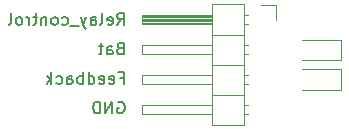
<source format=gbr>
%TF.GenerationSoftware,KiCad,Pcbnew,8.0.3*%
%TF.CreationDate,2025-04-28T21:08:14+02:00*%
%TF.ProjectId,shaper,73686170-6572-42e6-9b69-6361645f7063,1.0*%
%TF.SameCoordinates,Original*%
%TF.FileFunction,Legend,Bot*%
%TF.FilePolarity,Positive*%
%FSLAX46Y46*%
G04 Gerber Fmt 4.6, Leading zero omitted, Abs format (unit mm)*
G04 Created by KiCad (PCBNEW 8.0.3) date 2025-04-28 21:08:14*
%MOMM*%
%LPD*%
G01*
G04 APERTURE LIST*
%ADD10C,0.150000*%
%ADD11C,0.120000*%
G04 APERTURE END LIST*
D10*
X123829887Y-148846009D02*
X124163220Y-148846009D01*
X124163220Y-149369819D02*
X124163220Y-148369819D01*
X124163220Y-148369819D02*
X123687030Y-148369819D01*
X122925125Y-149322200D02*
X123020363Y-149369819D01*
X123020363Y-149369819D02*
X123210839Y-149369819D01*
X123210839Y-149369819D02*
X123306077Y-149322200D01*
X123306077Y-149322200D02*
X123353696Y-149226961D01*
X123353696Y-149226961D02*
X123353696Y-148846009D01*
X123353696Y-148846009D02*
X123306077Y-148750771D01*
X123306077Y-148750771D02*
X123210839Y-148703152D01*
X123210839Y-148703152D02*
X123020363Y-148703152D01*
X123020363Y-148703152D02*
X122925125Y-148750771D01*
X122925125Y-148750771D02*
X122877506Y-148846009D01*
X122877506Y-148846009D02*
X122877506Y-148941247D01*
X122877506Y-148941247D02*
X123353696Y-149036485D01*
X122067982Y-149322200D02*
X122163220Y-149369819D01*
X122163220Y-149369819D02*
X122353696Y-149369819D01*
X122353696Y-149369819D02*
X122448934Y-149322200D01*
X122448934Y-149322200D02*
X122496553Y-149226961D01*
X122496553Y-149226961D02*
X122496553Y-148846009D01*
X122496553Y-148846009D02*
X122448934Y-148750771D01*
X122448934Y-148750771D02*
X122353696Y-148703152D01*
X122353696Y-148703152D02*
X122163220Y-148703152D01*
X122163220Y-148703152D02*
X122067982Y-148750771D01*
X122067982Y-148750771D02*
X122020363Y-148846009D01*
X122020363Y-148846009D02*
X122020363Y-148941247D01*
X122020363Y-148941247D02*
X122496553Y-149036485D01*
X121163220Y-149369819D02*
X121163220Y-148369819D01*
X121163220Y-149322200D02*
X121258458Y-149369819D01*
X121258458Y-149369819D02*
X121448934Y-149369819D01*
X121448934Y-149369819D02*
X121544172Y-149322200D01*
X121544172Y-149322200D02*
X121591791Y-149274580D01*
X121591791Y-149274580D02*
X121639410Y-149179342D01*
X121639410Y-149179342D02*
X121639410Y-148893628D01*
X121639410Y-148893628D02*
X121591791Y-148798390D01*
X121591791Y-148798390D02*
X121544172Y-148750771D01*
X121544172Y-148750771D02*
X121448934Y-148703152D01*
X121448934Y-148703152D02*
X121258458Y-148703152D01*
X121258458Y-148703152D02*
X121163220Y-148750771D01*
X120687029Y-149369819D02*
X120687029Y-148369819D01*
X120687029Y-148750771D02*
X120591791Y-148703152D01*
X120591791Y-148703152D02*
X120401315Y-148703152D01*
X120401315Y-148703152D02*
X120306077Y-148750771D01*
X120306077Y-148750771D02*
X120258458Y-148798390D01*
X120258458Y-148798390D02*
X120210839Y-148893628D01*
X120210839Y-148893628D02*
X120210839Y-149179342D01*
X120210839Y-149179342D02*
X120258458Y-149274580D01*
X120258458Y-149274580D02*
X120306077Y-149322200D01*
X120306077Y-149322200D02*
X120401315Y-149369819D01*
X120401315Y-149369819D02*
X120591791Y-149369819D01*
X120591791Y-149369819D02*
X120687029Y-149322200D01*
X119353696Y-149369819D02*
X119353696Y-148846009D01*
X119353696Y-148846009D02*
X119401315Y-148750771D01*
X119401315Y-148750771D02*
X119496553Y-148703152D01*
X119496553Y-148703152D02*
X119687029Y-148703152D01*
X119687029Y-148703152D02*
X119782267Y-148750771D01*
X119353696Y-149322200D02*
X119448934Y-149369819D01*
X119448934Y-149369819D02*
X119687029Y-149369819D01*
X119687029Y-149369819D02*
X119782267Y-149322200D01*
X119782267Y-149322200D02*
X119829886Y-149226961D01*
X119829886Y-149226961D02*
X119829886Y-149131723D01*
X119829886Y-149131723D02*
X119782267Y-149036485D01*
X119782267Y-149036485D02*
X119687029Y-148988866D01*
X119687029Y-148988866D02*
X119448934Y-148988866D01*
X119448934Y-148988866D02*
X119353696Y-148941247D01*
X118448934Y-149322200D02*
X118544172Y-149369819D01*
X118544172Y-149369819D02*
X118734648Y-149369819D01*
X118734648Y-149369819D02*
X118829886Y-149322200D01*
X118829886Y-149322200D02*
X118877505Y-149274580D01*
X118877505Y-149274580D02*
X118925124Y-149179342D01*
X118925124Y-149179342D02*
X118925124Y-148893628D01*
X118925124Y-148893628D02*
X118877505Y-148798390D01*
X118877505Y-148798390D02*
X118829886Y-148750771D01*
X118829886Y-148750771D02*
X118734648Y-148703152D01*
X118734648Y-148703152D02*
X118544172Y-148703152D01*
X118544172Y-148703152D02*
X118448934Y-148750771D01*
X118020362Y-149369819D02*
X118020362Y-148369819D01*
X117925124Y-148988866D02*
X117639410Y-149369819D01*
X117639410Y-148703152D02*
X118020362Y-149084104D01*
X123639411Y-150917438D02*
X123734649Y-150869819D01*
X123734649Y-150869819D02*
X123877506Y-150869819D01*
X123877506Y-150869819D02*
X124020363Y-150917438D01*
X124020363Y-150917438D02*
X124115601Y-151012676D01*
X124115601Y-151012676D02*
X124163220Y-151107914D01*
X124163220Y-151107914D02*
X124210839Y-151298390D01*
X124210839Y-151298390D02*
X124210839Y-151441247D01*
X124210839Y-151441247D02*
X124163220Y-151631723D01*
X124163220Y-151631723D02*
X124115601Y-151726961D01*
X124115601Y-151726961D02*
X124020363Y-151822200D01*
X124020363Y-151822200D02*
X123877506Y-151869819D01*
X123877506Y-151869819D02*
X123782268Y-151869819D01*
X123782268Y-151869819D02*
X123639411Y-151822200D01*
X123639411Y-151822200D02*
X123591792Y-151774580D01*
X123591792Y-151774580D02*
X123591792Y-151441247D01*
X123591792Y-151441247D02*
X123782268Y-151441247D01*
X123163220Y-151869819D02*
X123163220Y-150869819D01*
X123163220Y-150869819D02*
X122591792Y-151869819D01*
X122591792Y-151869819D02*
X122591792Y-150869819D01*
X122115601Y-151869819D02*
X122115601Y-150869819D01*
X122115601Y-150869819D02*
X121877506Y-150869819D01*
X121877506Y-150869819D02*
X121734649Y-150917438D01*
X121734649Y-150917438D02*
X121639411Y-151012676D01*
X121639411Y-151012676D02*
X121591792Y-151107914D01*
X121591792Y-151107914D02*
X121544173Y-151298390D01*
X121544173Y-151298390D02*
X121544173Y-151441247D01*
X121544173Y-151441247D02*
X121591792Y-151631723D01*
X121591792Y-151631723D02*
X121639411Y-151726961D01*
X121639411Y-151726961D02*
X121734649Y-151822200D01*
X121734649Y-151822200D02*
X121877506Y-151869819D01*
X121877506Y-151869819D02*
X122115601Y-151869819D01*
X123591792Y-144369819D02*
X123925125Y-143893628D01*
X124163220Y-144369819D02*
X124163220Y-143369819D01*
X124163220Y-143369819D02*
X123782268Y-143369819D01*
X123782268Y-143369819D02*
X123687030Y-143417438D01*
X123687030Y-143417438D02*
X123639411Y-143465057D01*
X123639411Y-143465057D02*
X123591792Y-143560295D01*
X123591792Y-143560295D02*
X123591792Y-143703152D01*
X123591792Y-143703152D02*
X123639411Y-143798390D01*
X123639411Y-143798390D02*
X123687030Y-143846009D01*
X123687030Y-143846009D02*
X123782268Y-143893628D01*
X123782268Y-143893628D02*
X124163220Y-143893628D01*
X122782268Y-144322200D02*
X122877506Y-144369819D01*
X122877506Y-144369819D02*
X123067982Y-144369819D01*
X123067982Y-144369819D02*
X123163220Y-144322200D01*
X123163220Y-144322200D02*
X123210839Y-144226961D01*
X123210839Y-144226961D02*
X123210839Y-143846009D01*
X123210839Y-143846009D02*
X123163220Y-143750771D01*
X123163220Y-143750771D02*
X123067982Y-143703152D01*
X123067982Y-143703152D02*
X122877506Y-143703152D01*
X122877506Y-143703152D02*
X122782268Y-143750771D01*
X122782268Y-143750771D02*
X122734649Y-143846009D01*
X122734649Y-143846009D02*
X122734649Y-143941247D01*
X122734649Y-143941247D02*
X123210839Y-144036485D01*
X122163220Y-144369819D02*
X122258458Y-144322200D01*
X122258458Y-144322200D02*
X122306077Y-144226961D01*
X122306077Y-144226961D02*
X122306077Y-143369819D01*
X121353696Y-144369819D02*
X121353696Y-143846009D01*
X121353696Y-143846009D02*
X121401315Y-143750771D01*
X121401315Y-143750771D02*
X121496553Y-143703152D01*
X121496553Y-143703152D02*
X121687029Y-143703152D01*
X121687029Y-143703152D02*
X121782267Y-143750771D01*
X121353696Y-144322200D02*
X121448934Y-144369819D01*
X121448934Y-144369819D02*
X121687029Y-144369819D01*
X121687029Y-144369819D02*
X121782267Y-144322200D01*
X121782267Y-144322200D02*
X121829886Y-144226961D01*
X121829886Y-144226961D02*
X121829886Y-144131723D01*
X121829886Y-144131723D02*
X121782267Y-144036485D01*
X121782267Y-144036485D02*
X121687029Y-143988866D01*
X121687029Y-143988866D02*
X121448934Y-143988866D01*
X121448934Y-143988866D02*
X121353696Y-143941247D01*
X120972743Y-143703152D02*
X120734648Y-144369819D01*
X120496553Y-143703152D02*
X120734648Y-144369819D01*
X120734648Y-144369819D02*
X120829886Y-144607914D01*
X120829886Y-144607914D02*
X120877505Y-144655533D01*
X120877505Y-144655533D02*
X120972743Y-144703152D01*
X120353696Y-144465057D02*
X119591791Y-144465057D01*
X118925124Y-144322200D02*
X119020362Y-144369819D01*
X119020362Y-144369819D02*
X119210838Y-144369819D01*
X119210838Y-144369819D02*
X119306076Y-144322200D01*
X119306076Y-144322200D02*
X119353695Y-144274580D01*
X119353695Y-144274580D02*
X119401314Y-144179342D01*
X119401314Y-144179342D02*
X119401314Y-143893628D01*
X119401314Y-143893628D02*
X119353695Y-143798390D01*
X119353695Y-143798390D02*
X119306076Y-143750771D01*
X119306076Y-143750771D02*
X119210838Y-143703152D01*
X119210838Y-143703152D02*
X119020362Y-143703152D01*
X119020362Y-143703152D02*
X118925124Y-143750771D01*
X118353695Y-144369819D02*
X118448933Y-144322200D01*
X118448933Y-144322200D02*
X118496552Y-144274580D01*
X118496552Y-144274580D02*
X118544171Y-144179342D01*
X118544171Y-144179342D02*
X118544171Y-143893628D01*
X118544171Y-143893628D02*
X118496552Y-143798390D01*
X118496552Y-143798390D02*
X118448933Y-143750771D01*
X118448933Y-143750771D02*
X118353695Y-143703152D01*
X118353695Y-143703152D02*
X118210838Y-143703152D01*
X118210838Y-143703152D02*
X118115600Y-143750771D01*
X118115600Y-143750771D02*
X118067981Y-143798390D01*
X118067981Y-143798390D02*
X118020362Y-143893628D01*
X118020362Y-143893628D02*
X118020362Y-144179342D01*
X118020362Y-144179342D02*
X118067981Y-144274580D01*
X118067981Y-144274580D02*
X118115600Y-144322200D01*
X118115600Y-144322200D02*
X118210838Y-144369819D01*
X118210838Y-144369819D02*
X118353695Y-144369819D01*
X117591790Y-143703152D02*
X117591790Y-144369819D01*
X117591790Y-143798390D02*
X117544171Y-143750771D01*
X117544171Y-143750771D02*
X117448933Y-143703152D01*
X117448933Y-143703152D02*
X117306076Y-143703152D01*
X117306076Y-143703152D02*
X117210838Y-143750771D01*
X117210838Y-143750771D02*
X117163219Y-143846009D01*
X117163219Y-143846009D02*
X117163219Y-144369819D01*
X116829885Y-143703152D02*
X116448933Y-143703152D01*
X116687028Y-143369819D02*
X116687028Y-144226961D01*
X116687028Y-144226961D02*
X116639409Y-144322200D01*
X116639409Y-144322200D02*
X116544171Y-144369819D01*
X116544171Y-144369819D02*
X116448933Y-144369819D01*
X116115599Y-144369819D02*
X116115599Y-143703152D01*
X116115599Y-143893628D02*
X116067980Y-143798390D01*
X116067980Y-143798390D02*
X116020361Y-143750771D01*
X116020361Y-143750771D02*
X115925123Y-143703152D01*
X115925123Y-143703152D02*
X115829885Y-143703152D01*
X115353694Y-144369819D02*
X115448932Y-144322200D01*
X115448932Y-144322200D02*
X115496551Y-144274580D01*
X115496551Y-144274580D02*
X115544170Y-144179342D01*
X115544170Y-144179342D02*
X115544170Y-143893628D01*
X115544170Y-143893628D02*
X115496551Y-143798390D01*
X115496551Y-143798390D02*
X115448932Y-143750771D01*
X115448932Y-143750771D02*
X115353694Y-143703152D01*
X115353694Y-143703152D02*
X115210837Y-143703152D01*
X115210837Y-143703152D02*
X115115599Y-143750771D01*
X115115599Y-143750771D02*
X115067980Y-143798390D01*
X115067980Y-143798390D02*
X115020361Y-143893628D01*
X115020361Y-143893628D02*
X115020361Y-144179342D01*
X115020361Y-144179342D02*
X115067980Y-144274580D01*
X115067980Y-144274580D02*
X115115599Y-144322200D01*
X115115599Y-144322200D02*
X115210837Y-144369819D01*
X115210837Y-144369819D02*
X115353694Y-144369819D01*
X114448932Y-144369819D02*
X114544170Y-144322200D01*
X114544170Y-144322200D02*
X114591789Y-144226961D01*
X114591789Y-144226961D02*
X114591789Y-143369819D01*
X123829887Y-146346009D02*
X123687030Y-146393628D01*
X123687030Y-146393628D02*
X123639411Y-146441247D01*
X123639411Y-146441247D02*
X123591792Y-146536485D01*
X123591792Y-146536485D02*
X123591792Y-146679342D01*
X123591792Y-146679342D02*
X123639411Y-146774580D01*
X123639411Y-146774580D02*
X123687030Y-146822200D01*
X123687030Y-146822200D02*
X123782268Y-146869819D01*
X123782268Y-146869819D02*
X124163220Y-146869819D01*
X124163220Y-146869819D02*
X124163220Y-145869819D01*
X124163220Y-145869819D02*
X123829887Y-145869819D01*
X123829887Y-145869819D02*
X123734649Y-145917438D01*
X123734649Y-145917438D02*
X123687030Y-145965057D01*
X123687030Y-145965057D02*
X123639411Y-146060295D01*
X123639411Y-146060295D02*
X123639411Y-146155533D01*
X123639411Y-146155533D02*
X123687030Y-146250771D01*
X123687030Y-146250771D02*
X123734649Y-146298390D01*
X123734649Y-146298390D02*
X123829887Y-146346009D01*
X123829887Y-146346009D02*
X124163220Y-146346009D01*
X122734649Y-146869819D02*
X122734649Y-146346009D01*
X122734649Y-146346009D02*
X122782268Y-146250771D01*
X122782268Y-146250771D02*
X122877506Y-146203152D01*
X122877506Y-146203152D02*
X123067982Y-146203152D01*
X123067982Y-146203152D02*
X123163220Y-146250771D01*
X122734649Y-146822200D02*
X122829887Y-146869819D01*
X122829887Y-146869819D02*
X123067982Y-146869819D01*
X123067982Y-146869819D02*
X123163220Y-146822200D01*
X123163220Y-146822200D02*
X123210839Y-146726961D01*
X123210839Y-146726961D02*
X123210839Y-146631723D01*
X123210839Y-146631723D02*
X123163220Y-146536485D01*
X123163220Y-146536485D02*
X123067982Y-146488866D01*
X123067982Y-146488866D02*
X122829887Y-146488866D01*
X122829887Y-146488866D02*
X122734649Y-146441247D01*
X122401315Y-146203152D02*
X122020363Y-146203152D01*
X122258458Y-145869819D02*
X122258458Y-146726961D01*
X122258458Y-146726961D02*
X122210839Y-146822200D01*
X122210839Y-146822200D02*
X122115601Y-146869819D01*
X122115601Y-146869819D02*
X122020363Y-146869819D01*
D11*
%TO.C,REF\u002A\u002A*%
X139250000Y-145650000D02*
X142510000Y-145650000D01*
X139250000Y-147350000D02*
X142510000Y-147350000D01*
X142510000Y-147350000D02*
X142510000Y-145650000D01*
X139250000Y-148150000D02*
X142510000Y-148150000D01*
X139250000Y-149850000D02*
X142510000Y-149850000D01*
X142510000Y-149850000D02*
X142510000Y-148150000D01*
X125649998Y-146080003D02*
X131649999Y-146080002D01*
X125650001Y-143840000D02*
X131650001Y-143840001D01*
X125650001Y-146840000D02*
X125649998Y-146080003D01*
X125650002Y-151920002D02*
X125650006Y-151160003D01*
X125650003Y-143600001D02*
X131650003Y-143600001D01*
X125650003Y-144299998D02*
X125650005Y-143540002D01*
X125650003Y-149380000D02*
X125650004Y-148620000D01*
X125650004Y-143720002D02*
X131650001Y-143720006D01*
X125650004Y-143959997D02*
X131650001Y-143960001D01*
X125650004Y-144079998D02*
X131650004Y-144080008D01*
X125650004Y-148620000D02*
X131650003Y-148620001D01*
X125650005Y-143540002D02*
X131650002Y-143540008D01*
X125650006Y-144200004D02*
X131650003Y-144200001D01*
X125650006Y-151160003D02*
X131650000Y-151159998D01*
X131649999Y-147729998D02*
X134310004Y-147729997D01*
X131650001Y-144299997D02*
X125650003Y-144299998D01*
X131650001Y-146840001D02*
X125650001Y-146840000D01*
X131650001Y-151919999D02*
X125650002Y-151920002D01*
X131650002Y-152869999D02*
X134310001Y-152870005D01*
X131650003Y-145190001D02*
X134310001Y-145190002D01*
X131650004Y-149379999D02*
X125650003Y-149380000D01*
X131650006Y-142590003D02*
X131650002Y-152869999D01*
X131650007Y-150270001D02*
X134310003Y-150270002D01*
X134309995Y-144300003D02*
X134640008Y-144299998D01*
X134309998Y-143539999D02*
X134640005Y-143540003D01*
X134310000Y-148620000D02*
X134707074Y-148620001D01*
X134310001Y-152870005D02*
X134310006Y-142590002D01*
X134310003Y-146840001D02*
X134707074Y-146840001D01*
X134310003Y-149380001D02*
X134707075Y-149379999D01*
X134310005Y-146080000D02*
X134707076Y-146080005D01*
X134310005Y-151160003D02*
X134707073Y-151160000D01*
X134310006Y-142590002D02*
X131650006Y-142590003D01*
X134310008Y-151920003D02*
X134707070Y-151920000D01*
X135750003Y-142650005D02*
X137020003Y-142650001D01*
X137020003Y-142650001D02*
X137019999Y-143920001D01*
%TD*%
M02*

</source>
